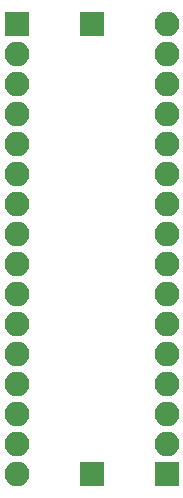
<source format=gbr>
G04 #@! TF.GenerationSoftware,KiCad,Pcbnew,(5.0.0-3-g5ebb6b6)*
G04 #@! TF.CreationDate,2019-01-26T00:41:44+00:00*
G04 #@! TF.ProjectId,QFN32,51464E33322E6B696361645F70636200,rev?*
G04 #@! TF.SameCoordinates,Original*
G04 #@! TF.FileFunction,Soldermask,Bot*
G04 #@! TF.FilePolarity,Negative*
%FSLAX46Y46*%
G04 Gerber Fmt 4.6, Leading zero omitted, Abs format (unit mm)*
G04 Created by KiCad (PCBNEW (5.0.0-3-g5ebb6b6)) date Saturday, 26 January 2019 at 00:41:44*
%MOMM*%
%LPD*%
G01*
G04 APERTURE LIST*
%ADD10R,2.100000X2.100000*%
%ADD11O,2.100000X2.100000*%
G04 APERTURE END LIST*
D10*
G04 #@! TO.C,J1*
X135890000Y-114300000D03*
G04 #@! TD*
G04 #@! TO.C,J2*
X135890000Y-76200000D03*
G04 #@! TD*
G04 #@! TO.C,J3*
X129540000Y-76200000D03*
D11*
X129540000Y-78740000D03*
X129540000Y-81280000D03*
X129540000Y-83820000D03*
X129540000Y-86360000D03*
X129540000Y-88900000D03*
X129540000Y-91440000D03*
X129540000Y-93980000D03*
X129540000Y-96520000D03*
X129540000Y-99060000D03*
X129540000Y-101600000D03*
X129540000Y-104140000D03*
X129540000Y-106680000D03*
X129540000Y-109220000D03*
X129540000Y-111760000D03*
X129540000Y-114300000D03*
G04 #@! TD*
G04 #@! TO.C,J4*
X142240000Y-76200000D03*
X142240000Y-78740000D03*
X142240000Y-81280000D03*
X142240000Y-83820000D03*
X142240000Y-86360000D03*
X142240000Y-88900000D03*
X142240000Y-91440000D03*
X142240000Y-93980000D03*
X142240000Y-96520000D03*
X142240000Y-99060000D03*
X142240000Y-101600000D03*
X142240000Y-104140000D03*
X142240000Y-106680000D03*
X142240000Y-109220000D03*
X142240000Y-111760000D03*
D10*
X142240000Y-114300000D03*
G04 #@! TD*
M02*

</source>
